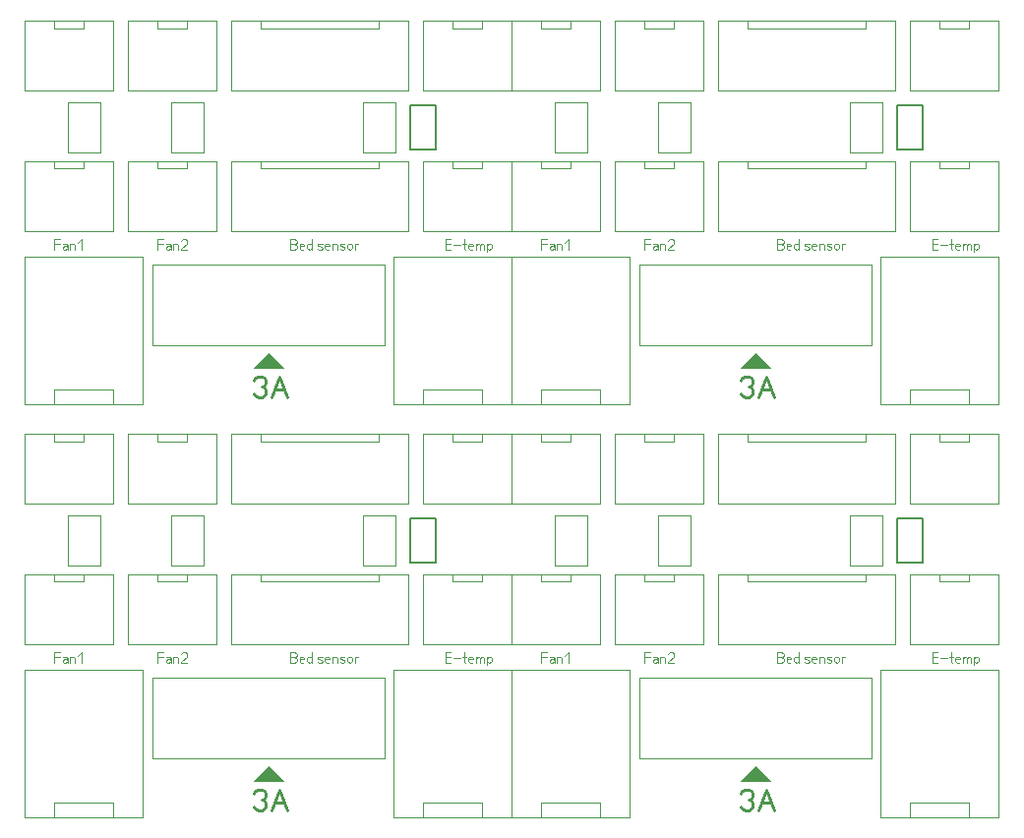
<source format=gbr>
%FSLAX34Y34*%
%MOMM*%
%LNCOPPER_BOTTOM*%
G71*
G01*
%ADD10C, 0.10*%
%ADD11C, 0.11*%
%ADD12C, 0.22*%
%ADD13C, 0.15*%
%LPD*%
G54D10*
X184150Y971550D02*
X184150Y911225D01*
G54D10*
X336550Y971550D02*
X336550Y911225D01*
X184150Y911225D01*
G54D10*
X184150Y971550D02*
X336550Y971550D01*
G54D10*
X209550Y971550D02*
X209550Y965200D01*
X311150Y965200D01*
X311150Y971550D01*
G54D10*
X6350Y971550D02*
X6350Y911225D01*
G54D10*
X82550Y971550D02*
X82550Y911225D01*
X6350Y911225D01*
G54D10*
X6350Y971550D02*
X82550Y971550D01*
G54D10*
X31750Y971550D02*
X31750Y965200D01*
X57150Y965200D01*
X57150Y971550D01*
G54D10*
X95250Y971550D02*
X95250Y911225D01*
G54D10*
X171450Y971550D02*
X171450Y911225D01*
X95250Y911225D01*
G54D10*
X95250Y971550D02*
X171450Y971550D01*
G54D10*
X120650Y971550D02*
X120650Y965200D01*
X146050Y965200D01*
X146050Y971550D01*
G54D10*
X349250Y971550D02*
X349250Y911225D01*
G54D10*
X425450Y971550D02*
X425450Y911225D01*
X349250Y911225D01*
G54D10*
X349250Y971550D02*
X425450Y971550D01*
G54D10*
X374650Y971550D02*
X374650Y965200D01*
X400050Y965200D01*
X400050Y971550D01*
G54D10*
X184150Y850900D02*
X184150Y790575D01*
G54D10*
X336550Y850900D02*
X336550Y790575D01*
X184150Y790575D01*
G54D10*
X184150Y850900D02*
X336550Y850900D01*
G54D10*
X209550Y850900D02*
X209550Y844550D01*
X311150Y844550D01*
X311150Y850900D01*
G54D10*
X6350Y850900D02*
X6350Y790575D01*
G54D10*
X82550Y850900D02*
X82550Y790575D01*
X6350Y790575D01*
G54D10*
X6350Y850900D02*
X82550Y850900D01*
G54D10*
X31750Y850900D02*
X31750Y844550D01*
X57150Y844550D01*
X57150Y850900D01*
G54D10*
X95250Y850900D02*
X95250Y790575D01*
G54D10*
X171450Y850900D02*
X171450Y790575D01*
X95250Y790575D01*
G54D10*
X95250Y850900D02*
X171450Y850900D01*
G54D10*
X120650Y850900D02*
X120650Y844550D01*
X146050Y844550D01*
X146050Y850900D01*
G54D10*
X349250Y850900D02*
X349250Y790575D01*
G54D10*
X425450Y850900D02*
X425450Y790575D01*
X349250Y790575D01*
G54D10*
X349250Y850900D02*
X425450Y850900D01*
G54D10*
X374650Y850900D02*
X374650Y844550D01*
X400050Y844550D01*
X400050Y850900D01*
G54D10*
X160338Y901700D02*
X160338Y858441D01*
X131762Y858441D01*
X131762Y901700D01*
X160338Y901700D01*
G54D10*
X71438Y901700D02*
X71438Y858441D01*
X42862Y858441D01*
X42862Y901700D01*
X71438Y901700D01*
G54D10*
X325438Y901700D02*
X325438Y858441D01*
X296862Y858441D01*
X296862Y901700D01*
X325438Y901700D01*
G54D11*
X372967Y774700D02*
X368300Y774700D01*
X368300Y783589D01*
X372967Y783589D01*
G54D11*
X368300Y779144D02*
X372967Y779144D01*
G54D11*
X375411Y778589D02*
X380744Y778589D01*
G54D11*
X384521Y783589D02*
X384521Y775256D01*
X385188Y774700D01*
X385855Y774922D01*
G54D11*
X383188Y779700D02*
X385855Y779700D01*
G54D11*
X392299Y775256D02*
X391232Y774700D01*
X389899Y774700D01*
X388566Y775256D01*
X388299Y776367D01*
X388299Y778256D01*
X388966Y779367D01*
X390299Y779700D01*
X391632Y779367D01*
X392299Y778589D01*
X392299Y777478D01*
X388299Y777478D01*
G54D11*
X394743Y774700D02*
X394743Y779700D01*
G54D11*
X394743Y778811D02*
X396076Y779700D01*
X397410Y779367D01*
X398076Y778589D01*
X398076Y774700D01*
G54D11*
X398076Y778811D02*
X399410Y779700D01*
X400743Y779367D01*
X401410Y778589D01*
X401410Y774700D01*
G54D11*
X403854Y779700D02*
X403854Y772478D01*
G54D11*
X403854Y776367D02*
X404521Y774922D01*
X405854Y774700D01*
X407187Y774922D01*
X407854Y776033D01*
X407854Y778256D01*
X407187Y779367D01*
X405854Y779700D01*
X404521Y779367D01*
X403854Y778033D01*
G54D11*
X234950Y774700D02*
X234950Y783589D01*
X238283Y783589D01*
X239617Y783033D01*
X240283Y781922D01*
X240283Y780811D01*
X239617Y779700D01*
X238283Y779144D01*
X239617Y778589D01*
X240283Y777478D01*
X240283Y776367D01*
X239617Y775256D01*
X238283Y774700D01*
X234950Y774700D01*
G54D11*
X234950Y779144D02*
X238283Y779144D01*
G54D11*
X246727Y775256D02*
X245660Y774700D01*
X244327Y774700D01*
X242994Y775256D01*
X242727Y776367D01*
X242727Y778256D01*
X243394Y779367D01*
X244727Y779700D01*
X246060Y779367D01*
X246727Y778589D01*
X246727Y777478D01*
X242727Y777478D01*
G54D11*
X253171Y774700D02*
X253171Y783589D01*
G54D11*
X253171Y778256D02*
X252504Y779367D01*
X251171Y779700D01*
X249838Y779367D01*
X249171Y778256D01*
X249171Y776033D01*
X249838Y774922D01*
X251171Y774700D01*
X252504Y774922D01*
X253171Y776033D01*
G54D11*
X258192Y775256D02*
X259525Y774700D01*
X260859Y774700D01*
X262192Y775256D01*
X262192Y776367D01*
X261525Y776922D01*
X258859Y777478D01*
X258192Y778033D01*
X258192Y779144D01*
X259525Y779700D01*
X260859Y779700D01*
X262192Y779144D01*
G54D11*
X268636Y775256D02*
X267569Y774700D01*
X266236Y774700D01*
X264903Y775256D01*
X264636Y776367D01*
X264636Y778256D01*
X265303Y779367D01*
X266636Y779700D01*
X267969Y779367D01*
X268636Y778589D01*
X268636Y777478D01*
X264636Y777478D01*
G54D11*
X271080Y774700D02*
X271080Y779700D01*
G54D11*
X271080Y778589D02*
X271747Y779367D01*
X273080Y779700D01*
X274413Y779367D01*
X275080Y778589D01*
X275080Y774700D01*
G54D11*
X277524Y775256D02*
X278857Y774700D01*
X280191Y774700D01*
X281524Y775256D01*
X281524Y776367D01*
X280857Y776922D01*
X278191Y777478D01*
X277524Y778033D01*
X277524Y779144D01*
X278857Y779700D01*
X280191Y779700D01*
X281524Y779144D01*
G54D11*
X287968Y776033D02*
X287968Y778256D01*
X287301Y779367D01*
X285968Y779700D01*
X284635Y779367D01*
X283968Y778256D01*
X283968Y776033D01*
X284635Y774922D01*
X285968Y774700D01*
X287301Y774922D01*
X287968Y776033D01*
G54D11*
X290412Y774700D02*
X290412Y779700D01*
G54D11*
X290412Y778589D02*
X291745Y779700D01*
X293079Y779700D01*
G54D11*
X120650Y774700D02*
X120650Y783589D01*
X125317Y783589D01*
G54D11*
X120650Y779144D02*
X125317Y779144D01*
G54D11*
X127761Y779144D02*
X129094Y779700D01*
X130694Y779700D01*
X131761Y778589D01*
X131761Y774700D01*
G54D11*
X131761Y776367D02*
X131094Y777478D01*
X129761Y777700D01*
X128428Y777478D01*
X127761Y776367D01*
X128028Y775256D01*
X129094Y774700D01*
X129761Y774700D01*
X130028Y774700D01*
X131094Y775256D01*
X131761Y776367D01*
G54D11*
X134205Y774700D02*
X134205Y779700D01*
G54D11*
X134205Y778589D02*
X134872Y779367D01*
X136205Y779700D01*
X137538Y779367D01*
X138205Y778589D01*
X138205Y774700D01*
G54D11*
X145982Y774700D02*
X140649Y774700D01*
X140649Y775256D01*
X141316Y776367D01*
X145316Y779700D01*
X145982Y780811D01*
X145982Y781922D01*
X145316Y783033D01*
X143982Y783589D01*
X142649Y783589D01*
X141316Y783033D01*
X140649Y781922D01*
G54D11*
X31750Y774700D02*
X31750Y783589D01*
X36417Y783589D01*
G54D11*
X31750Y779144D02*
X36417Y779144D01*
G54D11*
X38861Y779144D02*
X40194Y779700D01*
X41794Y779700D01*
X42861Y778589D01*
X42861Y774700D01*
G54D11*
X42861Y776367D02*
X42194Y777478D01*
X40861Y777700D01*
X39528Y777478D01*
X38861Y776367D01*
X39128Y775256D01*
X40194Y774700D01*
X40861Y774700D01*
X41128Y774700D01*
X42194Y775256D01*
X42861Y776367D01*
G54D11*
X45305Y774700D02*
X45305Y779700D01*
G54D11*
X45305Y778589D02*
X45972Y779367D01*
X47305Y779700D01*
X48638Y779367D01*
X49305Y778589D01*
X49305Y774700D01*
G54D11*
X51749Y780256D02*
X55082Y783589D01*
X55082Y774700D01*
G54D10*
X115888Y762000D02*
X115888Y692150D01*
X315912Y692150D01*
X315912Y762000D01*
X115888Y762000D01*
G54D10*
X323850Y768350D02*
X425450Y768350D01*
X425450Y641350D01*
X323850Y641350D01*
X323850Y768350D01*
G54D10*
X349250Y641350D02*
X349250Y654050D01*
X400050Y654050D01*
X400050Y641350D01*
G54D10*
X6350Y768350D02*
X107950Y768350D01*
X107950Y641350D01*
X6350Y641350D01*
X6350Y768350D01*
G54D10*
X31750Y641350D02*
X31750Y654050D01*
X82550Y654050D01*
X82550Y641350D01*
G54D12*
X203200Y662144D02*
X204533Y664367D01*
X207200Y665478D01*
X209867Y665478D01*
X212533Y664367D01*
X213867Y662144D01*
X213867Y659922D01*
X212533Y657700D01*
X209867Y656589D01*
X212533Y655478D01*
X213867Y653256D01*
X213867Y651033D01*
X212533Y648811D01*
X209867Y647700D01*
X207200Y647700D01*
X204533Y648811D01*
X203200Y651033D01*
G54D12*
X218756Y647700D02*
X225423Y665478D01*
X232089Y647700D01*
G54D12*
X221423Y654367D02*
X229423Y654367D01*
G36*
X203200Y673100D02*
X228600Y673100D01*
X215900Y685800D01*
X203200Y673100D01*
G37*
G54D10*
X203200Y673100D02*
X228600Y673100D01*
X215900Y685800D01*
X203200Y673100D01*
G54D13*
X338250Y898500D02*
X360250Y898500D01*
X360250Y860500D01*
X338250Y860500D01*
X338250Y898500D01*
G54D10*
X603250Y971550D02*
X603250Y911225D01*
G54D10*
X755650Y971550D02*
X755650Y911225D01*
X603250Y911225D01*
G54D10*
X603250Y971550D02*
X755650Y971550D01*
G54D10*
X628650Y971550D02*
X628650Y965200D01*
X730250Y965200D01*
X730250Y971550D01*
G54D10*
X425450Y971550D02*
X425450Y911225D01*
G54D10*
X501650Y971550D02*
X501650Y911225D01*
X425450Y911225D01*
G54D10*
X425450Y971550D02*
X501650Y971550D01*
G54D10*
X450850Y971550D02*
X450850Y965200D01*
X476250Y965200D01*
X476250Y971550D01*
G54D10*
X514350Y971550D02*
X514350Y911225D01*
G54D10*
X590550Y971550D02*
X590550Y911225D01*
X514350Y911225D01*
G54D10*
X514350Y971550D02*
X590550Y971550D01*
G54D10*
X539750Y971550D02*
X539750Y965200D01*
X565150Y965200D01*
X565150Y971550D01*
G54D10*
X768350Y971550D02*
X768350Y911225D01*
G54D10*
X844550Y971550D02*
X844550Y911225D01*
X768350Y911225D01*
G54D10*
X768350Y971550D02*
X844550Y971550D01*
G54D10*
X793750Y971550D02*
X793750Y965200D01*
X819150Y965200D01*
X819150Y971550D01*
G54D10*
X603250Y850900D02*
X603250Y790575D01*
G54D10*
X755650Y850900D02*
X755650Y790575D01*
X603250Y790575D01*
G54D10*
X603250Y850900D02*
X755650Y850900D01*
G54D10*
X628650Y850900D02*
X628650Y844550D01*
X730250Y844550D01*
X730250Y850900D01*
G54D10*
X425450Y850900D02*
X425450Y790575D01*
G54D10*
X501650Y850900D02*
X501650Y790575D01*
X425450Y790575D01*
G54D10*
X425450Y850900D02*
X501650Y850900D01*
G54D10*
X450850Y850900D02*
X450850Y844550D01*
X476250Y844550D01*
X476250Y850900D01*
G54D10*
X514350Y850900D02*
X514350Y790575D01*
G54D10*
X590550Y850900D02*
X590550Y790575D01*
X514350Y790575D01*
G54D10*
X514350Y850900D02*
X590550Y850900D01*
G54D10*
X539750Y850900D02*
X539750Y844550D01*
X565150Y844550D01*
X565150Y850900D01*
G54D10*
X768350Y850900D02*
X768350Y790575D01*
G54D10*
X844550Y850900D02*
X844550Y790575D01*
X768350Y790575D01*
G54D10*
X768350Y850900D02*
X844550Y850900D01*
G54D10*
X793750Y850900D02*
X793750Y844550D01*
X819150Y844550D01*
X819150Y850900D01*
G54D10*
X579438Y901700D02*
X579438Y858441D01*
X550862Y858441D01*
X550862Y901700D01*
X579438Y901700D01*
G54D10*
X490538Y901700D02*
X490538Y858441D01*
X461962Y858441D01*
X461962Y901700D01*
X490538Y901700D01*
G54D10*
X744538Y901700D02*
X744538Y858441D01*
X715962Y858441D01*
X715962Y901700D01*
X744538Y901700D01*
G54D11*
X792067Y774700D02*
X787400Y774700D01*
X787400Y783589D01*
X792067Y783589D01*
G54D11*
X787400Y779144D02*
X792067Y779144D01*
G54D11*
X794511Y778589D02*
X799844Y778589D01*
G54D11*
X803621Y783589D02*
X803621Y775256D01*
X804288Y774700D01*
X804955Y774922D01*
G54D11*
X802288Y779700D02*
X804955Y779700D01*
G54D11*
X811399Y775256D02*
X810332Y774700D01*
X808999Y774700D01*
X807666Y775256D01*
X807399Y776367D01*
X807399Y778256D01*
X808066Y779367D01*
X809399Y779700D01*
X810732Y779367D01*
X811399Y778589D01*
X811399Y777478D01*
X807399Y777478D01*
G54D11*
X813843Y774700D02*
X813843Y779700D01*
G54D11*
X813843Y778811D02*
X815176Y779700D01*
X816510Y779367D01*
X817176Y778589D01*
X817176Y774700D01*
G54D11*
X817176Y778811D02*
X818510Y779700D01*
X819843Y779367D01*
X820510Y778589D01*
X820510Y774700D01*
G54D11*
X822954Y779700D02*
X822954Y772478D01*
G54D11*
X822954Y776367D02*
X823621Y774922D01*
X824954Y774700D01*
X826287Y774922D01*
X826954Y776033D01*
X826954Y778256D01*
X826287Y779367D01*
X824954Y779700D01*
X823621Y779367D01*
X822954Y778033D01*
G54D11*
X654050Y774700D02*
X654050Y783589D01*
X657383Y783589D01*
X658717Y783033D01*
X659383Y781922D01*
X659383Y780811D01*
X658717Y779700D01*
X657383Y779144D01*
X658717Y778589D01*
X659383Y777478D01*
X659383Y776367D01*
X658717Y775256D01*
X657383Y774700D01*
X654050Y774700D01*
G54D11*
X654050Y779144D02*
X657383Y779144D01*
G54D11*
X665827Y775256D02*
X664760Y774700D01*
X663427Y774700D01*
X662094Y775256D01*
X661827Y776367D01*
X661827Y778256D01*
X662494Y779367D01*
X663827Y779700D01*
X665160Y779367D01*
X665827Y778589D01*
X665827Y777478D01*
X661827Y777478D01*
G54D11*
X672271Y774700D02*
X672271Y783589D01*
G54D11*
X672271Y778256D02*
X671604Y779367D01*
X670271Y779700D01*
X668938Y779367D01*
X668271Y778256D01*
X668271Y776033D01*
X668938Y774922D01*
X670271Y774700D01*
X671604Y774922D01*
X672271Y776033D01*
G54D11*
X677292Y775256D02*
X678625Y774700D01*
X679959Y774700D01*
X681292Y775256D01*
X681292Y776367D01*
X680625Y776922D01*
X677959Y777478D01*
X677292Y778033D01*
X677292Y779144D01*
X678625Y779700D01*
X679959Y779700D01*
X681292Y779144D01*
G54D11*
X687736Y775256D02*
X686669Y774700D01*
X685336Y774700D01*
X684003Y775256D01*
X683736Y776367D01*
X683736Y778256D01*
X684403Y779367D01*
X685736Y779700D01*
X687069Y779367D01*
X687736Y778589D01*
X687736Y777478D01*
X683736Y777478D01*
G54D11*
X690180Y774700D02*
X690180Y779700D01*
G54D11*
X690180Y778589D02*
X690847Y779367D01*
X692180Y779700D01*
X693513Y779367D01*
X694180Y778589D01*
X694180Y774700D01*
G54D11*
X696624Y775256D02*
X697957Y774700D01*
X699291Y774700D01*
X700624Y775256D01*
X700624Y776367D01*
X699957Y776922D01*
X697291Y777478D01*
X696624Y778033D01*
X696624Y779144D01*
X697957Y779700D01*
X699291Y779700D01*
X700624Y779144D01*
G54D11*
X707068Y776033D02*
X707068Y778256D01*
X706401Y779367D01*
X705068Y779700D01*
X703735Y779367D01*
X703068Y778256D01*
X703068Y776033D01*
X703735Y774922D01*
X705068Y774700D01*
X706401Y774922D01*
X707068Y776033D01*
G54D11*
X709512Y774700D02*
X709512Y779700D01*
G54D11*
X709512Y778589D02*
X710845Y779700D01*
X712179Y779700D01*
G54D11*
X539750Y774700D02*
X539750Y783589D01*
X544417Y783589D01*
G54D11*
X539750Y779144D02*
X544417Y779144D01*
G54D11*
X546861Y779144D02*
X548194Y779700D01*
X549794Y779700D01*
X550861Y778589D01*
X550861Y774700D01*
G54D11*
X550861Y776367D02*
X550194Y777478D01*
X548861Y777700D01*
X547528Y777478D01*
X546861Y776367D01*
X547128Y775256D01*
X548194Y774700D01*
X548861Y774700D01*
X549128Y774700D01*
X550194Y775256D01*
X550861Y776367D01*
G54D11*
X553305Y774700D02*
X553305Y779700D01*
G54D11*
X553305Y778589D02*
X553972Y779367D01*
X555305Y779700D01*
X556638Y779367D01*
X557305Y778589D01*
X557305Y774700D01*
G54D11*
X565082Y774700D02*
X559749Y774700D01*
X559749Y775256D01*
X560416Y776367D01*
X564416Y779700D01*
X565082Y780811D01*
X565082Y781922D01*
X564416Y783033D01*
X563082Y783589D01*
X561749Y783589D01*
X560416Y783033D01*
X559749Y781922D01*
G54D11*
X450850Y774700D02*
X450850Y783589D01*
X455517Y783589D01*
G54D11*
X450850Y779144D02*
X455517Y779144D01*
G54D11*
X457961Y779144D02*
X459294Y779700D01*
X460894Y779700D01*
X461961Y778589D01*
X461961Y774700D01*
G54D11*
X461961Y776367D02*
X461294Y777478D01*
X459961Y777700D01*
X458628Y777478D01*
X457961Y776367D01*
X458228Y775256D01*
X459294Y774700D01*
X459961Y774700D01*
X460228Y774700D01*
X461294Y775256D01*
X461961Y776367D01*
G54D11*
X464405Y774700D02*
X464405Y779700D01*
G54D11*
X464405Y778589D02*
X465072Y779367D01*
X466405Y779700D01*
X467738Y779367D01*
X468405Y778589D01*
X468405Y774700D01*
G54D11*
X470849Y780256D02*
X474182Y783589D01*
X474182Y774700D01*
G54D10*
X534988Y762000D02*
X534988Y692150D01*
X735012Y692150D01*
X735012Y762000D01*
X534988Y762000D01*
G54D10*
X742950Y768350D02*
X844550Y768350D01*
X844550Y641350D01*
X742950Y641350D01*
X742950Y768350D01*
G54D10*
X768350Y641350D02*
X768350Y654050D01*
X819150Y654050D01*
X819150Y641350D01*
G54D10*
X425450Y768350D02*
X527050Y768350D01*
X527050Y641350D01*
X425450Y641350D01*
X425450Y768350D01*
G54D10*
X450850Y641350D02*
X450850Y654050D01*
X501650Y654050D01*
X501650Y641350D01*
G54D12*
X622300Y662144D02*
X623633Y664367D01*
X626300Y665478D01*
X628967Y665478D01*
X631633Y664367D01*
X632967Y662144D01*
X632967Y659922D01*
X631633Y657700D01*
X628967Y656589D01*
X631633Y655478D01*
X632967Y653256D01*
X632967Y651033D01*
X631633Y648811D01*
X628967Y647700D01*
X626300Y647700D01*
X623633Y648811D01*
X622300Y651033D01*
G54D12*
X637856Y647700D02*
X644523Y665478D01*
X651189Y647700D01*
G54D12*
X640523Y654367D02*
X648523Y654367D01*
G36*
X622300Y673100D02*
X647700Y673100D01*
X635000Y685800D01*
X622300Y673100D01*
G37*
G54D10*
X622300Y673100D02*
X647700Y673100D01*
X635000Y685800D01*
X622300Y673100D01*
G54D13*
X757350Y898500D02*
X779350Y898500D01*
X779350Y860500D01*
X757350Y860500D01*
X757350Y898500D01*
G54D10*
X184150Y615950D02*
X184150Y555625D01*
G54D10*
X336550Y615950D02*
X336550Y555625D01*
X184150Y555625D01*
G54D10*
X184150Y615950D02*
X336550Y615950D01*
G54D10*
X209550Y615950D02*
X209550Y609600D01*
X311150Y609600D01*
X311150Y615950D01*
G54D10*
X6350Y615950D02*
X6350Y555625D01*
G54D10*
X82550Y615950D02*
X82550Y555625D01*
X6350Y555625D01*
G54D10*
X6350Y615950D02*
X82550Y615950D01*
G54D10*
X31750Y615950D02*
X31750Y609600D01*
X57150Y609600D01*
X57150Y615950D01*
G54D10*
X95250Y615950D02*
X95250Y555625D01*
G54D10*
X171450Y615950D02*
X171450Y555625D01*
X95250Y555625D01*
G54D10*
X95250Y615950D02*
X171450Y615950D01*
G54D10*
X120650Y615950D02*
X120650Y609600D01*
X146050Y609600D01*
X146050Y615950D01*
G54D10*
X349250Y615950D02*
X349250Y555625D01*
G54D10*
X425450Y615950D02*
X425450Y555625D01*
X349250Y555625D01*
G54D10*
X349250Y615950D02*
X425450Y615950D01*
G54D10*
X374650Y615950D02*
X374650Y609600D01*
X400050Y609600D01*
X400050Y615950D01*
G54D10*
X184150Y495300D02*
X184150Y434975D01*
G54D10*
X336550Y495300D02*
X336550Y434975D01*
X184150Y434975D01*
G54D10*
X184150Y495300D02*
X336550Y495300D01*
G54D10*
X209550Y495300D02*
X209550Y488950D01*
X311150Y488950D01*
X311150Y495300D01*
G54D10*
X6350Y495300D02*
X6350Y434975D01*
G54D10*
X82550Y495300D02*
X82550Y434975D01*
X6350Y434975D01*
G54D10*
X6350Y495300D02*
X82550Y495300D01*
G54D10*
X31750Y495300D02*
X31750Y488950D01*
X57150Y488950D01*
X57150Y495300D01*
G54D10*
X95250Y495300D02*
X95250Y434975D01*
G54D10*
X171450Y495300D02*
X171450Y434975D01*
X95250Y434975D01*
G54D10*
X95250Y495300D02*
X171450Y495300D01*
G54D10*
X120650Y495300D02*
X120650Y488950D01*
X146050Y488950D01*
X146050Y495300D01*
G54D10*
X349250Y495300D02*
X349250Y434975D01*
G54D10*
X425450Y495300D02*
X425450Y434975D01*
X349250Y434975D01*
G54D10*
X349250Y495300D02*
X425450Y495300D01*
G54D10*
X374650Y495300D02*
X374650Y488950D01*
X400050Y488950D01*
X400050Y495300D01*
G54D10*
X160338Y546100D02*
X160338Y502841D01*
X131762Y502841D01*
X131762Y546100D01*
X160338Y546100D01*
G54D10*
X71438Y546100D02*
X71438Y502841D01*
X42862Y502841D01*
X42862Y546100D01*
X71438Y546100D01*
G54D10*
X325438Y546100D02*
X325438Y502841D01*
X296862Y502841D01*
X296862Y546100D01*
X325438Y546100D01*
G54D11*
X372967Y419100D02*
X368300Y419100D01*
X368300Y427989D01*
X372967Y427989D01*
G54D11*
X368300Y423544D02*
X372967Y423544D01*
G54D11*
X375411Y422989D02*
X380744Y422989D01*
G54D11*
X384521Y427989D02*
X384521Y419656D01*
X385188Y419100D01*
X385855Y419322D01*
G54D11*
X383188Y424100D02*
X385855Y424100D01*
G54D11*
X392299Y419656D02*
X391232Y419100D01*
X389899Y419100D01*
X388566Y419656D01*
X388299Y420767D01*
X388299Y422656D01*
X388966Y423767D01*
X390299Y424100D01*
X391632Y423767D01*
X392299Y422989D01*
X392299Y421878D01*
X388299Y421878D01*
G54D11*
X394743Y419100D02*
X394743Y424100D01*
G54D11*
X394743Y423211D02*
X396076Y424100D01*
X397410Y423767D01*
X398076Y422989D01*
X398076Y419100D01*
G54D11*
X398076Y423211D02*
X399410Y424100D01*
X400743Y423767D01*
X401410Y422989D01*
X401410Y419100D01*
G54D11*
X403854Y424100D02*
X403854Y416878D01*
G54D11*
X403854Y420767D02*
X404521Y419322D01*
X405854Y419100D01*
X407187Y419322D01*
X407854Y420433D01*
X407854Y422656D01*
X407187Y423767D01*
X405854Y424100D01*
X404521Y423767D01*
X403854Y422433D01*
G54D11*
X234950Y419100D02*
X234950Y427989D01*
X238283Y427989D01*
X239617Y427433D01*
X240283Y426322D01*
X240283Y425211D01*
X239617Y424100D01*
X238283Y423544D01*
X239617Y422989D01*
X240283Y421878D01*
X240283Y420767D01*
X239617Y419656D01*
X238283Y419100D01*
X234950Y419100D01*
G54D11*
X234950Y423544D02*
X238283Y423544D01*
G54D11*
X246727Y419656D02*
X245660Y419100D01*
X244327Y419100D01*
X242994Y419656D01*
X242727Y420767D01*
X242727Y422656D01*
X243394Y423767D01*
X244727Y424100D01*
X246060Y423767D01*
X246727Y422989D01*
X246727Y421878D01*
X242727Y421878D01*
G54D11*
X253171Y419100D02*
X253171Y427989D01*
G54D11*
X253171Y422656D02*
X252504Y423767D01*
X251171Y424100D01*
X249838Y423767D01*
X249171Y422656D01*
X249171Y420433D01*
X249838Y419322D01*
X251171Y419100D01*
X252504Y419322D01*
X253171Y420433D01*
G54D11*
X258192Y419656D02*
X259525Y419100D01*
X260859Y419100D01*
X262192Y419656D01*
X262192Y420767D01*
X261525Y421322D01*
X258859Y421878D01*
X258192Y422433D01*
X258192Y423544D01*
X259525Y424100D01*
X260859Y424100D01*
X262192Y423544D01*
G54D11*
X268636Y419656D02*
X267569Y419100D01*
X266236Y419100D01*
X264903Y419656D01*
X264636Y420767D01*
X264636Y422656D01*
X265303Y423767D01*
X266636Y424100D01*
X267969Y423767D01*
X268636Y422989D01*
X268636Y421878D01*
X264636Y421878D01*
G54D11*
X271080Y419100D02*
X271080Y424100D01*
G54D11*
X271080Y422989D02*
X271747Y423767D01*
X273080Y424100D01*
X274413Y423767D01*
X275080Y422989D01*
X275080Y419100D01*
G54D11*
X277524Y419656D02*
X278857Y419100D01*
X280191Y419100D01*
X281524Y419656D01*
X281524Y420767D01*
X280857Y421322D01*
X278191Y421878D01*
X277524Y422433D01*
X277524Y423544D01*
X278857Y424100D01*
X280191Y424100D01*
X281524Y423544D01*
G54D11*
X287968Y420433D02*
X287968Y422656D01*
X287301Y423767D01*
X285968Y424100D01*
X284635Y423767D01*
X283968Y422656D01*
X283968Y420433D01*
X284635Y419322D01*
X285968Y419100D01*
X287301Y419322D01*
X287968Y420433D01*
G54D11*
X290412Y419100D02*
X290412Y424100D01*
G54D11*
X290412Y422989D02*
X291745Y424100D01*
X293079Y424100D01*
G54D11*
X120650Y419100D02*
X120650Y427989D01*
X125317Y427989D01*
G54D11*
X120650Y423544D02*
X125317Y423544D01*
G54D11*
X127761Y423544D02*
X129094Y424100D01*
X130694Y424100D01*
X131761Y422989D01*
X131761Y419100D01*
G54D11*
X131761Y420767D02*
X131094Y421878D01*
X129761Y422100D01*
X128428Y421878D01*
X127761Y420767D01*
X128028Y419656D01*
X129094Y419100D01*
X129761Y419100D01*
X130028Y419100D01*
X131094Y419656D01*
X131761Y420767D01*
G54D11*
X134205Y419100D02*
X134205Y424100D01*
G54D11*
X134205Y422989D02*
X134872Y423767D01*
X136205Y424100D01*
X137538Y423767D01*
X138205Y422989D01*
X138205Y419100D01*
G54D11*
X145982Y419100D02*
X140649Y419100D01*
X140649Y419656D01*
X141316Y420767D01*
X145316Y424100D01*
X145982Y425211D01*
X145982Y426322D01*
X145316Y427433D01*
X143982Y427989D01*
X142649Y427989D01*
X141316Y427433D01*
X140649Y426322D01*
G54D11*
X31750Y419100D02*
X31750Y427989D01*
X36417Y427989D01*
G54D11*
X31750Y423544D02*
X36417Y423544D01*
G54D11*
X38861Y423544D02*
X40194Y424100D01*
X41794Y424100D01*
X42861Y422989D01*
X42861Y419100D01*
G54D11*
X42861Y420767D02*
X42194Y421878D01*
X40861Y422100D01*
X39528Y421878D01*
X38861Y420767D01*
X39128Y419656D01*
X40194Y419100D01*
X40861Y419100D01*
X41128Y419100D01*
X42194Y419656D01*
X42861Y420767D01*
G54D11*
X45305Y419100D02*
X45305Y424100D01*
G54D11*
X45305Y422989D02*
X45972Y423767D01*
X47305Y424100D01*
X48638Y423767D01*
X49305Y422989D01*
X49305Y419100D01*
G54D11*
X51749Y424656D02*
X55082Y427989D01*
X55082Y419100D01*
G54D10*
X115888Y406400D02*
X115888Y336550D01*
X315912Y336550D01*
X315912Y406400D01*
X115888Y406400D01*
G54D10*
X323850Y412750D02*
X425450Y412750D01*
X425450Y285750D01*
X323850Y285750D01*
X323850Y412750D01*
G54D10*
X349250Y285750D02*
X349250Y298450D01*
X400050Y298450D01*
X400050Y285750D01*
G54D10*
X6350Y412750D02*
X107950Y412750D01*
X107950Y285750D01*
X6350Y285750D01*
X6350Y412750D01*
G54D10*
X31750Y285750D02*
X31750Y298450D01*
X82550Y298450D01*
X82550Y285750D01*
G54D12*
X203200Y306544D02*
X204533Y308767D01*
X207200Y309878D01*
X209867Y309878D01*
X212533Y308767D01*
X213867Y306544D01*
X213867Y304322D01*
X212533Y302100D01*
X209867Y300989D01*
X212533Y299878D01*
X213867Y297656D01*
X213867Y295433D01*
X212533Y293211D01*
X209867Y292100D01*
X207200Y292100D01*
X204533Y293211D01*
X203200Y295433D01*
G54D12*
X218756Y292100D02*
X225423Y309878D01*
X232089Y292100D01*
G54D12*
X221423Y298767D02*
X229423Y298767D01*
G36*
X203200Y317500D02*
X228600Y317500D01*
X215900Y330200D01*
X203200Y317500D01*
G37*
G54D10*
X203200Y317500D02*
X228600Y317500D01*
X215900Y330200D01*
X203200Y317500D01*
G54D13*
X338250Y542900D02*
X360250Y542900D01*
X360250Y504900D01*
X338250Y504900D01*
X338250Y542900D01*
G54D10*
X603250Y615950D02*
X603250Y555625D01*
G54D10*
X755650Y615950D02*
X755650Y555625D01*
X603250Y555625D01*
G54D10*
X603250Y615950D02*
X755650Y615950D01*
G54D10*
X628650Y615950D02*
X628650Y609600D01*
X730250Y609600D01*
X730250Y615950D01*
G54D10*
X425450Y615950D02*
X425450Y555625D01*
G54D10*
X501650Y615950D02*
X501650Y555625D01*
X425450Y555625D01*
G54D10*
X425450Y615950D02*
X501650Y615950D01*
G54D10*
X450850Y615950D02*
X450850Y609600D01*
X476250Y609600D01*
X476250Y615950D01*
G54D10*
X514350Y615950D02*
X514350Y555625D01*
G54D10*
X590550Y615950D02*
X590550Y555625D01*
X514350Y555625D01*
G54D10*
X514350Y615950D02*
X590550Y615950D01*
G54D10*
X539750Y615950D02*
X539750Y609600D01*
X565150Y609600D01*
X565150Y615950D01*
G54D10*
X768350Y615950D02*
X768350Y555625D01*
G54D10*
X844550Y615950D02*
X844550Y555625D01*
X768350Y555625D01*
G54D10*
X768350Y615950D02*
X844550Y615950D01*
G54D10*
X793750Y615950D02*
X793750Y609600D01*
X819150Y609600D01*
X819150Y615950D01*
G54D10*
X603250Y495300D02*
X603250Y434975D01*
G54D10*
X755650Y495300D02*
X755650Y434975D01*
X603250Y434975D01*
G54D10*
X603250Y495300D02*
X755650Y495300D01*
G54D10*
X628650Y495300D02*
X628650Y488950D01*
X730250Y488950D01*
X730250Y495300D01*
G54D10*
X425450Y495300D02*
X425450Y434975D01*
G54D10*
X501650Y495300D02*
X501650Y434975D01*
X425450Y434975D01*
G54D10*
X425450Y495300D02*
X501650Y495300D01*
G54D10*
X450850Y495300D02*
X450850Y488950D01*
X476250Y488950D01*
X476250Y495300D01*
G54D10*
X514350Y495300D02*
X514350Y434975D01*
G54D10*
X590550Y495300D02*
X590550Y434975D01*
X514350Y434975D01*
G54D10*
X514350Y495300D02*
X590550Y495300D01*
G54D10*
X539750Y495300D02*
X539750Y488950D01*
X565150Y488950D01*
X565150Y495300D01*
G54D10*
X768350Y495300D02*
X768350Y434975D01*
G54D10*
X844550Y495300D02*
X844550Y434975D01*
X768350Y434975D01*
G54D10*
X768350Y495300D02*
X844550Y495300D01*
G54D10*
X793750Y495300D02*
X793750Y488950D01*
X819150Y488950D01*
X819150Y495300D01*
G54D10*
X579438Y546100D02*
X579438Y502841D01*
X550862Y502841D01*
X550862Y546100D01*
X579438Y546100D01*
G54D10*
X490538Y546100D02*
X490538Y502841D01*
X461962Y502841D01*
X461962Y546100D01*
X490538Y546100D01*
G54D10*
X744538Y546100D02*
X744538Y502841D01*
X715962Y502841D01*
X715962Y546100D01*
X744538Y546100D01*
G54D11*
X792067Y419100D02*
X787400Y419100D01*
X787400Y427989D01*
X792067Y427989D01*
G54D11*
X787400Y423544D02*
X792067Y423544D01*
G54D11*
X794511Y422989D02*
X799844Y422989D01*
G54D11*
X803621Y427989D02*
X803621Y419656D01*
X804288Y419100D01*
X804955Y419322D01*
G54D11*
X802288Y424100D02*
X804955Y424100D01*
G54D11*
X811399Y419656D02*
X810332Y419100D01*
X808999Y419100D01*
X807666Y419656D01*
X807399Y420767D01*
X807399Y422656D01*
X808066Y423767D01*
X809399Y424100D01*
X810732Y423767D01*
X811399Y422989D01*
X811399Y421878D01*
X807399Y421878D01*
G54D11*
X813843Y419100D02*
X813843Y424100D01*
G54D11*
X813843Y423211D02*
X815176Y424100D01*
X816510Y423767D01*
X817176Y422989D01*
X817176Y419100D01*
G54D11*
X817176Y423211D02*
X818510Y424100D01*
X819843Y423767D01*
X820510Y422989D01*
X820510Y419100D01*
G54D11*
X822954Y424100D02*
X822954Y416878D01*
G54D11*
X822954Y420767D02*
X823621Y419322D01*
X824954Y419100D01*
X826287Y419322D01*
X826954Y420433D01*
X826954Y422656D01*
X826287Y423767D01*
X824954Y424100D01*
X823621Y423767D01*
X822954Y422433D01*
G54D11*
X654050Y419100D02*
X654050Y427989D01*
X657383Y427989D01*
X658717Y427433D01*
X659383Y426322D01*
X659383Y425211D01*
X658717Y424100D01*
X657383Y423544D01*
X658717Y422989D01*
X659383Y421878D01*
X659383Y420767D01*
X658717Y419656D01*
X657383Y419100D01*
X654050Y419100D01*
G54D11*
X654050Y423544D02*
X657383Y423544D01*
G54D11*
X665827Y419656D02*
X664760Y419100D01*
X663427Y419100D01*
X662094Y419656D01*
X661827Y420767D01*
X661827Y422656D01*
X662494Y423767D01*
X663827Y424100D01*
X665160Y423767D01*
X665827Y422989D01*
X665827Y421878D01*
X661827Y421878D01*
G54D11*
X672271Y419100D02*
X672271Y427989D01*
G54D11*
X672271Y422656D02*
X671604Y423767D01*
X670271Y424100D01*
X668938Y423767D01*
X668271Y422656D01*
X668271Y420433D01*
X668938Y419322D01*
X670271Y419100D01*
X671604Y419322D01*
X672271Y420433D01*
G54D11*
X677292Y419656D02*
X678625Y419100D01*
X679959Y419100D01*
X681292Y419656D01*
X681292Y420767D01*
X680625Y421322D01*
X677959Y421878D01*
X677292Y422433D01*
X677292Y423544D01*
X678625Y424100D01*
X679959Y424100D01*
X681292Y423544D01*
G54D11*
X687736Y419656D02*
X686669Y419100D01*
X685336Y419100D01*
X684003Y419656D01*
X683736Y420767D01*
X683736Y422656D01*
X684403Y423767D01*
X685736Y424100D01*
X687069Y423767D01*
X687736Y422989D01*
X687736Y421878D01*
X683736Y421878D01*
G54D11*
X690180Y419100D02*
X690180Y424100D01*
G54D11*
X690180Y422989D02*
X690847Y423767D01*
X692180Y424100D01*
X693513Y423767D01*
X694180Y422989D01*
X694180Y419100D01*
G54D11*
X696624Y419656D02*
X697957Y419100D01*
X699291Y419100D01*
X700624Y419656D01*
X700624Y420767D01*
X699957Y421322D01*
X697291Y421878D01*
X696624Y422433D01*
X696624Y423544D01*
X697957Y424100D01*
X699291Y424100D01*
X700624Y423544D01*
G54D11*
X707068Y420433D02*
X707068Y422656D01*
X706401Y423767D01*
X705068Y424100D01*
X703735Y423767D01*
X703068Y422656D01*
X703068Y420433D01*
X703735Y419322D01*
X705068Y419100D01*
X706401Y419322D01*
X707068Y420433D01*
G54D11*
X709512Y419100D02*
X709512Y424100D01*
G54D11*
X709512Y422989D02*
X710845Y424100D01*
X712179Y424100D01*
G54D11*
X539750Y419100D02*
X539750Y427989D01*
X544417Y427989D01*
G54D11*
X539750Y423544D02*
X544417Y423544D01*
G54D11*
X546861Y423544D02*
X548194Y424100D01*
X549794Y424100D01*
X550861Y422989D01*
X550861Y419100D01*
G54D11*
X550861Y420767D02*
X550194Y421878D01*
X548861Y422100D01*
X547528Y421878D01*
X546861Y420767D01*
X547128Y419656D01*
X548194Y419100D01*
X548861Y419100D01*
X549128Y419100D01*
X550194Y419656D01*
X550861Y420767D01*
G54D11*
X553305Y419100D02*
X553305Y424100D01*
G54D11*
X553305Y422989D02*
X553972Y423767D01*
X555305Y424100D01*
X556638Y423767D01*
X557305Y422989D01*
X557305Y419100D01*
G54D11*
X565082Y419100D02*
X559749Y419100D01*
X559749Y419656D01*
X560416Y420767D01*
X564416Y424100D01*
X565082Y425211D01*
X565082Y426322D01*
X564416Y427433D01*
X563082Y427989D01*
X561749Y427989D01*
X560416Y427433D01*
X559749Y426322D01*
G54D11*
X450850Y419100D02*
X450850Y427989D01*
X455517Y427989D01*
G54D11*
X450850Y423544D02*
X455517Y423544D01*
G54D11*
X457961Y423544D02*
X459294Y424100D01*
X460894Y424100D01*
X461961Y422989D01*
X461961Y419100D01*
G54D11*
X461961Y420767D02*
X461294Y421878D01*
X459961Y422100D01*
X458628Y421878D01*
X457961Y420767D01*
X458228Y419656D01*
X459294Y419100D01*
X459961Y419100D01*
X460228Y419100D01*
X461294Y419656D01*
X461961Y420767D01*
G54D11*
X464405Y419100D02*
X464405Y424100D01*
G54D11*
X464405Y422989D02*
X465072Y423767D01*
X466405Y424100D01*
X467738Y423767D01*
X468405Y422989D01*
X468405Y419100D01*
G54D11*
X470849Y424656D02*
X474182Y427989D01*
X474182Y419100D01*
G54D10*
X534988Y406400D02*
X534988Y336550D01*
X735012Y336550D01*
X735012Y406400D01*
X534988Y406400D01*
G54D10*
X742950Y412750D02*
X844550Y412750D01*
X844550Y285750D01*
X742950Y285750D01*
X742950Y412750D01*
G54D10*
X768350Y285750D02*
X768350Y298450D01*
X819150Y298450D01*
X819150Y285750D01*
G54D10*
X425450Y412750D02*
X527050Y412750D01*
X527050Y285750D01*
X425450Y285750D01*
X425450Y412750D01*
G54D10*
X450850Y285750D02*
X450850Y298450D01*
X501650Y298450D01*
X501650Y285750D01*
G54D12*
X622300Y306544D02*
X623633Y308767D01*
X626300Y309878D01*
X628967Y309878D01*
X631633Y308767D01*
X632967Y306544D01*
X632967Y304322D01*
X631633Y302100D01*
X628967Y300989D01*
X631633Y299878D01*
X632967Y297656D01*
X632967Y295433D01*
X631633Y293211D01*
X628967Y292100D01*
X626300Y292100D01*
X623633Y293211D01*
X622300Y295433D01*
G54D12*
X637856Y292100D02*
X644523Y309878D01*
X651189Y292100D01*
G54D12*
X640523Y298767D02*
X648523Y298767D01*
G36*
X622300Y317500D02*
X647700Y317500D01*
X635000Y330200D01*
X622300Y317500D01*
G37*
G54D10*
X622300Y317500D02*
X647700Y317500D01*
X635000Y330200D01*
X622300Y317500D01*
G54D13*
X757350Y542900D02*
X779350Y542900D01*
X779350Y504900D01*
X757350Y504900D01*
X757350Y542900D01*
M02*

</source>
